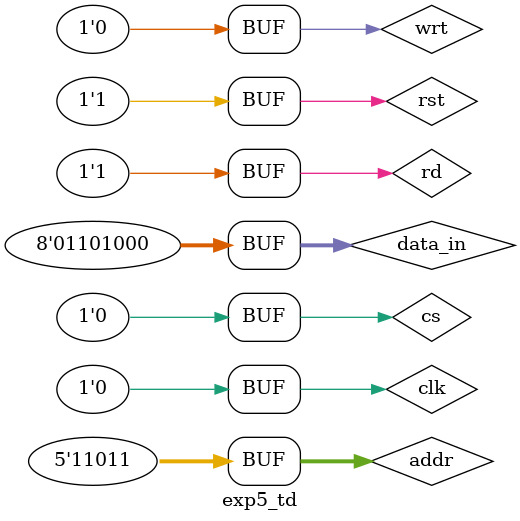
<source format=v>
`timescale 1 ns/1 ps
module ram(
    input clk,
    input rst,
    input cs,
    input wrt,
    input rd,
    input [3:0]address,
    input [3:0]data_write,
    output [3:0]data_read
);
reg[3:0] content[15:0];
reg[3:0] word;  
integer i;
always @(posedge clk or posedge rst) begin
    if (cs) begin
        if(rst) begin
            for(i=0;i<16;i=i+1) begin
                content[i]=4'b0000;
            end
        end else if(wrt) begin
            content[address]=data_write;
        end else if(rd) begin
            word = content[address];
        end else begin
            word = 4'bzzzz;
        end
    end 
end
assign data_read = word;
endmodule // 




module exp5_td;
    
    reg clk,cs,wrt,rd,rst;
    reg[4:0] addr;
    reg[7:0]data_in;
    wire[7:0] data_out;
    BIG_RAM test(clk,rst,cs,wrt,rd,addr,data_in,data_out);
    initial begin
        repeat(200) begin
            #1 clk = ~clk;
        end
    end
    initial begin
        $dumpfile("exp5_td.vcd");
        $dumpvars(0,exp5_td);
        clk = 0;cs = 0;rst = 0;
        wrt = 0;rd = 0;
        #20 cs = 1;rst = 1;
        #20 rst =0;wrt <= 1;addr <= 5'h1b;
        data_in <= 8'h24;
        #20 addr<= 5'h0a; data_in <=8'h36;
        #20 addr<= 5'h1B; data_in <=8'h68;
        #20 wrt=0; rd = 1;
        addr<= 5'h0a;
        #20 cs = 0; addr = 5'h1b;
        #20 rst = 1;
    end   
endmodule // 
</source>
